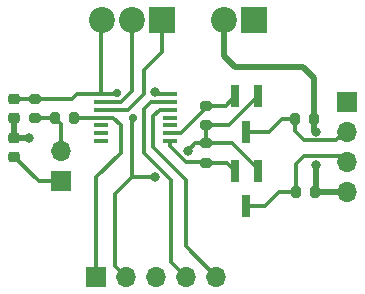
<source format=gbr>
%TF.GenerationSoftware,KiCad,Pcbnew,(6.0.8)*%
%TF.CreationDate,2023-04-06T01:35:20-05:00*%
%TF.ProjectId,Sensor_fixed_mosfet_pins,53656e73-6f72-45f6-9669-7865645f6d6f,rev?*%
%TF.SameCoordinates,Original*%
%TF.FileFunction,Copper,L1,Top*%
%TF.FilePolarity,Positive*%
%FSLAX46Y46*%
G04 Gerber Fmt 4.6, Leading zero omitted, Abs format (unit mm)*
G04 Created by KiCad (PCBNEW (6.0.8)) date 2023-04-06 01:35:20*
%MOMM*%
%LPD*%
G01*
G04 APERTURE LIST*
G04 Aperture macros list*
%AMRoundRect*
0 Rectangle with rounded corners*
0 $1 Rounding radius*
0 $2 $3 $4 $5 $6 $7 $8 $9 X,Y pos of 4 corners*
0 Add a 4 corners polygon primitive as box body*
4,1,4,$2,$3,$4,$5,$6,$7,$8,$9,$2,$3,0*
0 Add four circle primitives for the rounded corners*
1,1,$1+$1,$2,$3*
1,1,$1+$1,$4,$5*
1,1,$1+$1,$6,$7*
1,1,$1+$1,$8,$9*
0 Add four rect primitives between the rounded corners*
20,1,$1+$1,$2,$3,$4,$5,0*
20,1,$1+$1,$4,$5,$6,$7,0*
20,1,$1+$1,$6,$7,$8,$9,0*
20,1,$1+$1,$8,$9,$2,$3,0*%
G04 Aperture macros list end*
%TA.AperFunction,SMDPad,CuDef*%
%ADD10RoundRect,0.225000X-0.250000X0.225000X-0.250000X-0.225000X0.250000X-0.225000X0.250000X0.225000X0*%
%TD*%
%TA.AperFunction,SMDPad,CuDef*%
%ADD11RoundRect,0.200000X-0.275000X0.200000X-0.275000X-0.200000X0.275000X-0.200000X0.275000X0.200000X0*%
%TD*%
%TA.AperFunction,SMDPad,CuDef*%
%ADD12RoundRect,0.200000X0.200000X0.275000X-0.200000X0.275000X-0.200000X-0.275000X0.200000X-0.275000X0*%
%TD*%
%TA.AperFunction,ComponentPad*%
%ADD13R,1.700000X1.700000*%
%TD*%
%TA.AperFunction,ComponentPad*%
%ADD14O,1.700000X1.700000*%
%TD*%
%TA.AperFunction,SMDPad,CuDef*%
%ADD15R,0.800000X1.900000*%
%TD*%
%TA.AperFunction,ComponentPad*%
%ADD16R,2.200000X2.200000*%
%TD*%
%TA.AperFunction,ComponentPad*%
%ADD17C,2.200000*%
%TD*%
%TA.AperFunction,SMDPad,CuDef*%
%ADD18R,1.308100X0.355600*%
%TD*%
%TA.AperFunction,SMDPad,CuDef*%
%ADD19RoundRect,0.225000X0.250000X-0.225000X0.250000X0.225000X-0.250000X0.225000X-0.250000X-0.225000X0*%
%TD*%
%TA.AperFunction,SMDPad,CuDef*%
%ADD20RoundRect,0.200000X0.275000X-0.200000X0.275000X0.200000X-0.275000X0.200000X-0.275000X-0.200000X0*%
%TD*%
%TA.AperFunction,ViaPad*%
%ADD21C,0.800000*%
%TD*%
%TA.AperFunction,ViaPad*%
%ADD22C,0.700000*%
%TD*%
%TA.AperFunction,Conductor*%
%ADD23C,0.500000*%
%TD*%
%TA.AperFunction,Conductor*%
%ADD24C,0.300000*%
%TD*%
G04 APERTURE END LIST*
D10*
%TO.P,C1,1*%
%TO.N,+3.3V*%
X-31750000Y89525000D03*
%TO.P,C1,2*%
%TO.N,GND*%
X-31750000Y87975000D03*
%TD*%
D11*
%TO.P,R3,1*%
%TO.N,+3.3V*%
X-15500000Y85825000D03*
%TO.P,R3,2*%
%TO.N,MCUTX*%
X-15500000Y84175000D03*
%TD*%
D12*
%TO.P,R6,1*%
%TO.N,+5V*%
X-6375000Y87900000D03*
%TO.P,R6,2*%
%TO.N,STX*%
X-8025000Y87900000D03*
%TD*%
D13*
%TO.P,J2,1,Pin_1*%
%TO.N,MCLR*%
X-24825000Y74500000D03*
D14*
%TO.P,J2,2,Pin_2*%
%TO.N,+3.3V*%
X-22285000Y74500000D03*
%TO.P,J2,3,Pin_3*%
%TO.N,GND*%
X-19745000Y74500000D03*
%TO.P,J2,4,Pin_4*%
%TO.N,DATA*%
X-17205000Y74500000D03*
%TO.P,J2,5,Pin_5*%
%TO.N,CLK*%
X-14665000Y74500000D03*
%TD*%
D12*
%TO.P,R2,1*%
%TO.N,MCLR*%
X-26675000Y88000000D03*
%TO.P,R2,2*%
%TO.N,Net-(JP1-Pad2)*%
X-28325000Y88000000D03*
%TD*%
D15*
%TO.P,NMOS2,1,D*%
%TO.N,SRX*%
X-12100000Y80500000D03*
%TO.P,NMOS2,2,G*%
%TO.N,+3.3V*%
X-11150000Y83500000D03*
%TO.P,NMOS2,3,S*%
%TO.N,MCUTX*%
X-13050000Y83500000D03*
%TD*%
D16*
%TO.P,J1,1,Pin_1*%
%TO.N,RA4*%
X-19210000Y96250000D03*
D17*
%TO.P,J1,2,Pin_2*%
%TO.N,RA5*%
X-21750000Y96250000D03*
%TO.P,J1,3,Pin_3*%
%TO.N,+3.3V*%
X-24290000Y96250000D03*
%TD*%
D13*
%TO.P,J4,1,Pin_1*%
%TO.N,GND*%
X-3600000Y89280000D03*
D14*
%TO.P,J4,2,Pin_2*%
%TO.N,STX*%
X-3600000Y86740000D03*
%TO.P,J4,3,Pin_3*%
%TO.N,SRX*%
X-3600000Y84200000D03*
%TO.P,J4,4,Pin_4*%
%TO.N,+5V*%
X-3600000Y81660000D03*
%TD*%
D16*
%TO.P,J3,1,Pin_1*%
%TO.N,GND*%
X-11480000Y96250000D03*
D17*
%TO.P,J3,2,Pin_2*%
%TO.N,+5V*%
X-14020000Y96250000D03*
%TD*%
D18*
%TO.P,IC1,1,VDD*%
%TO.N,+3.3V*%
X-24401950Y89950001D03*
%TO.P,IC1,2,RA5*%
%TO.N,RA5*%
X-24401950Y89300000D03*
%TO.P,IC1,3,RA4*%
%TO.N,RA4*%
X-24401950Y88649999D03*
%TO.P,IC1,4,~{MCLR}/VPP/RA3*%
%TO.N,MCLR*%
X-24401950Y88000000D03*
%TO.P,IC1,5,RC5*%
%TO.N,unconnected-(IC1-Pad5)*%
X-24401950Y87350001D03*
%TO.P,IC1,6,RC4*%
%TO.N,unconnected-(IC1-Pad6)*%
X-24401950Y86700000D03*
%TO.P,IC1,7,RC3*%
%TO.N,unconnected-(IC1-Pad7)*%
X-24401950Y86050001D03*
%TO.P,IC1,8,RC2*%
%TO.N,MCUTX*%
X-18598050Y86049999D03*
%TO.P,IC1,9,RC1*%
%TO.N,MCURX*%
X-18598050Y86700000D03*
%TO.P,IC1,10,RC0*%
%TO.N,unconnected-(IC1-Pad10)*%
X-18598050Y87349999D03*
%TO.P,IC1,11,RA2*%
%TO.N,unconnected-(IC1-Pad11)*%
X-18598050Y88000000D03*
%TO.P,IC1,12,RA1/ICSPCLK*%
%TO.N,CLK*%
X-18598050Y88649999D03*
%TO.P,IC1,13,RA0/ICSPDAT*%
%TO.N,DATA*%
X-18598050Y89300000D03*
%TO.P,IC1,14,VSS*%
%TO.N,GND*%
X-18598050Y89949999D03*
%TD*%
D13*
%TO.P,JP1,1,A*%
%TO.N,Net-(C2-Pad1)*%
X-27800000Y82625000D03*
D14*
%TO.P,JP1,2,B*%
%TO.N,Net-(JP1-Pad2)*%
X-27800000Y85165000D03*
%TD*%
D12*
%TO.P,R4,1*%
%TO.N,+5V*%
X-6275000Y81700000D03*
%TO.P,R4,2*%
%TO.N,SRX*%
X-7925000Y81700000D03*
%TD*%
D19*
%TO.P,C2,1*%
%TO.N,Net-(C2-Pad1)*%
X-31750000Y84675000D03*
%TO.P,C2,2*%
%TO.N,GND*%
X-31750000Y86225000D03*
%TD*%
D15*
%TO.P,NMOS1,1,D*%
%TO.N,STX*%
X-12100000Y86800000D03*
%TO.P,NMOS1,2,G*%
%TO.N,+3.3V*%
X-11150000Y89800000D03*
%TO.P,NMOS1,3,S*%
%TO.N,MCURX*%
X-13050000Y89800000D03*
%TD*%
D20*
%TO.P,R5,1*%
%TO.N,+3.3V*%
X-15500000Y87350000D03*
%TO.P,R5,2*%
%TO.N,MCURX*%
X-15500000Y89000000D03*
%TD*%
%TO.P,R1,1*%
%TO.N,Net-(JP1-Pad2)*%
X-30000000Y87925000D03*
%TO.P,R1,2*%
%TO.N,+3.3V*%
X-30000000Y89575000D03*
%TD*%
D21*
%TO.N,GND*%
X-19800000Y90200000D03*
X-30500000Y86250000D03*
%TO.N,+5V*%
X-6250000Y86803500D03*
X-6250000Y83946500D03*
D22*
%TO.N,+3.3V*%
X-23032806Y90053500D03*
D21*
X-17056839Y85193161D03*
D22*
X-21719060Y87942541D03*
D21*
X-19818161Y82931839D03*
%TD*%
D23*
%TO.N,GND*%
X-31750000Y86225000D02*
X-30525000Y86225000D01*
X-30525000Y86225000D02*
X-30500000Y86250000D01*
X-31750000Y86225000D02*
X-31750000Y87975000D01*
D24*
X-19800000Y90200000D02*
X-19549999Y89949999D01*
X-19549999Y89949999D02*
X-18598050Y89949999D01*
%TO.N,Net-(C2-Pad1)*%
X-27800000Y82625000D02*
X-29700000Y82625000D01*
X-29700000Y82625000D02*
X-31750000Y84675000D01*
%TO.N,RA5*%
X-21750000Y90250000D02*
X-22700000Y89300000D01*
X-21750000Y96250000D02*
X-21750000Y90250000D01*
X-22700000Y89300000D02*
X-24401950Y89300000D01*
%TO.N,MCLR*%
X-22750000Y85000000D02*
X-22750000Y87337901D01*
X-23412099Y88000000D02*
X-24401950Y88000000D01*
X-24825000Y82925000D02*
X-22750000Y85000000D01*
X-22750000Y87337901D02*
X-23412099Y88000000D01*
X-24401950Y88000000D02*
X-26675000Y88000000D01*
X-24825000Y74500000D02*
X-24825000Y82925000D01*
%TO.N,RA4*%
X-19210000Y96250000D02*
X-19210000Y93540000D01*
X-19210000Y93540000D02*
X-20750000Y92000000D01*
X-20750000Y92000000D02*
X-20750000Y90000000D01*
X-22100001Y88649999D02*
X-24401950Y88649999D01*
X-20750000Y90000000D02*
X-22100001Y88649999D01*
%TO.N,MCUTX*%
X-15575000Y84250000D02*
X-15500000Y84175000D01*
X-15500000Y84175000D02*
X-13725000Y84175000D01*
X-18598050Y85598050D02*
X-17250000Y84250000D01*
X-13725000Y84175000D02*
X-13050000Y83500000D01*
X-17250000Y84250000D02*
X-15575000Y84250000D01*
X-18598050Y86049999D02*
X-18598050Y85598050D01*
%TO.N,MCURX*%
X-15500000Y88808199D02*
X-15500000Y89000000D01*
X-17608199Y86700000D02*
X-15500000Y88808199D01*
X-15500000Y89000000D02*
X-13850000Y89000000D01*
X-18598050Y86700000D02*
X-17608199Y86700000D01*
X-13850000Y89000000D02*
X-13050000Y89800000D01*
%TO.N,CLK*%
X-20000000Y88104425D02*
X-19454426Y88649999D01*
X-14665000Y74500000D02*
X-17250000Y77085000D01*
X-20000000Y85500000D02*
X-20000000Y88104425D01*
X-19454426Y88649999D02*
X-18598050Y88649999D01*
X-17250000Y82750000D02*
X-20000000Y85500000D01*
X-17250000Y77085000D02*
X-17250000Y82750000D01*
%TO.N,DATA*%
X-18500000Y75795000D02*
X-18500000Y82750000D01*
X-20750000Y85000000D02*
X-20750000Y88750000D01*
X-20750000Y88750000D02*
X-20200000Y89300000D01*
X-17205000Y74500000D02*
X-18500000Y75795000D01*
X-18500000Y82750000D02*
X-20750000Y85000000D01*
X-20200000Y89300000D02*
X-18598050Y89300000D01*
D23*
%TO.N,+5V*%
X-6375000Y87900000D02*
X-6375000Y86928500D01*
X-6375000Y86928500D02*
X-6250000Y86803500D01*
X-3770000Y81700000D02*
X-3750000Y81680000D01*
X-6275000Y81700000D02*
X-3770000Y81700000D01*
X-7300000Y92300000D02*
X-6375000Y91375000D01*
X-14020000Y93220000D02*
X-13100000Y92300000D01*
X-13100000Y92300000D02*
X-7300000Y92300000D01*
X-14020000Y96250000D02*
X-14020000Y93220000D01*
X-6375000Y91375000D02*
X-6375000Y87900000D01*
X-6250000Y83946500D02*
X-6250000Y81725000D01*
D24*
%TO.N,STX*%
X-3600000Y86960000D02*
X-4506500Y86053500D01*
X-9100000Y87900000D02*
X-10200000Y86800000D01*
X-4506500Y86053500D02*
X-7253500Y86053500D01*
X-7253500Y86053500D02*
X-8025000Y86825000D01*
X-10200000Y86800000D02*
X-12100000Y86800000D01*
X-8025000Y87900000D02*
X-9100000Y87900000D01*
X-8025000Y86825000D02*
X-8025000Y87900000D01*
%TO.N,SRX*%
X-12100000Y80500000D02*
X-10500000Y80500000D01*
X-9300000Y81700000D02*
X-7925000Y81700000D01*
X-7250000Y84750000D02*
X-3930000Y84750000D01*
X-7925000Y84075000D02*
X-7250000Y84750000D01*
X-10500000Y80500000D02*
X-9300000Y81700000D01*
X-7925000Y81700000D02*
X-7925000Y84075000D01*
X-3930000Y84750000D02*
X-3600000Y84420000D01*
%TO.N,+3.3V*%
X-23136305Y89950001D02*
X-23032806Y90053500D01*
X-16425000Y85825000D02*
X-15500000Y85825000D01*
X-24401950Y89950001D02*
X-23136305Y89950001D01*
X-21750000Y87911601D02*
X-21750000Y83000000D01*
X-24401950Y91651950D02*
X-24401950Y96138050D01*
X-13600000Y87350000D02*
X-11150000Y89800000D01*
X-21719060Y87942541D02*
X-21750000Y87911601D01*
X-13325000Y85825000D02*
X-11150000Y83650000D01*
X-23250000Y81500000D02*
X-23250000Y75465000D01*
X-23250000Y75465000D02*
X-22285000Y74500000D01*
X-24401950Y89950001D02*
X-24401950Y91651950D01*
X-15500000Y85825000D02*
X-15500000Y87350000D01*
X-26449999Y89950001D02*
X-24401950Y89950001D01*
X-24401950Y96138050D02*
X-24290000Y96250000D01*
X-11150000Y83650000D02*
X-11150000Y83500000D01*
X-19886322Y83000000D02*
X-21750000Y83000000D01*
X-21750000Y83000000D02*
X-23250000Y81500000D01*
X-30000000Y89575000D02*
X-31700000Y89575000D01*
X-15500000Y87350000D02*
X-13600000Y87350000D01*
X-30000000Y89575000D02*
X-26825000Y89575000D01*
X-17056839Y85193161D02*
X-16425000Y85825000D01*
X-19818161Y82931839D02*
X-19886322Y83000000D01*
X-26825000Y89575000D02*
X-26449999Y89950001D01*
X-15500000Y85825000D02*
X-13325000Y85825000D01*
X-31700000Y89575000D02*
X-31750000Y89525000D01*
%TO.N,Net-(JP1-Pad2)*%
X-27800000Y85165000D02*
X-27800000Y87475000D01*
X-30000000Y87925000D02*
X-28400000Y87925000D01*
X-28400000Y87925000D02*
X-28325000Y88000000D01*
X-27800000Y87475000D02*
X-28325000Y88000000D01*
%TD*%
M02*

</source>
